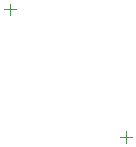
<source format=gbr>
%TF.GenerationSoftware,Altium Limited,Altium Designer,21.6.4 (81)*%
G04 Layer_Color=8388736*
%FSLAX26Y26*%
%MOIN*%
%TF.SameCoordinates,D1CDB01D-C4A6-469F-8C54-8347A019B806*%
%TF.FilePolarity,Positive*%
%TF.FileFunction,Other,Top_Component_Center*%
%TF.Part,Single*%
G01*
G75*
%TA.AperFunction,NonConductor*%
%ADD34C,0.003937*%
D34*
X1067913Y508858D02*
Y548228D01*
X1048228Y528543D02*
X1087598D01*
X659449Y953740D02*
X698819D01*
X679134Y934055D02*
Y973425D01*
%TF.MD5,182f126e86588208739c433de3b22919*%
M02*

</source>
